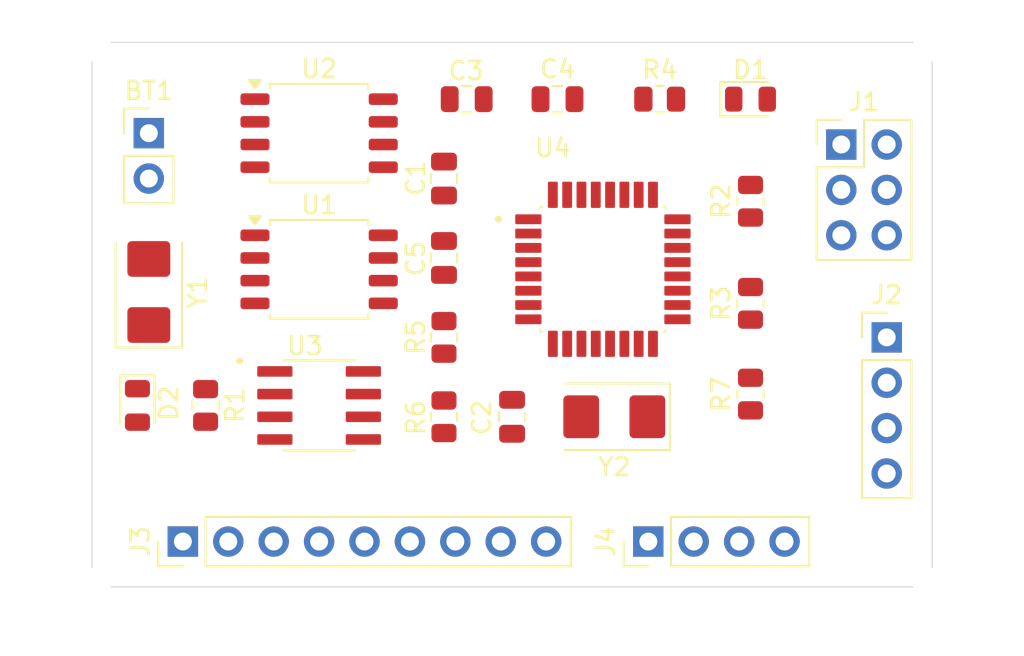
<source format=kicad_pcb>
(kicad_pcb (version 20241229) (generator "pcbnew") (generator_version "9.0")
  (title_block (title "${project_name}") (date "2025-11-03") (rev "1") (company "Mad Tech T") (comment 1 "2 Layer PCB"))
  (layers (0 "F.Cu" mixed) (2 "B.Cu" mixed) (13 "F.Paste" user) (15 "B.Paste" user) (5 "F.SilkS" user "F.Silkscreen") (7 "B.SilkS" user "B.Silkscreen") (1 "F.Mask" user) (3 "B.Mask" user) (25 "Edge.Cuts" user))
  (property "project_name" "MCU Datalogger with Memory and Clock")
  (net 0 "")
  (net 1 "/Vcc")
  (net 2 "GND")
  (net 3 "Net-(U4-PB6)")
  (net 4 "Net-(U4-PB7)")
  (net 5 "Net-(U4-AREF)")
  (net 6 "/SCK")
  (net 7 "Net-(D1-K)")
  (net 8 "Net-(D2-K)")
  (net 9 "/MISO")
  (net 10 "/MOSI")
  (net 11 "/RESET")
  (net 12 "/SDA")
  (net 13 "/SCL")
  (net 14 "/D3")
  (net 15 "/D2")
  (net 16 "/D4")
  (net 17 "/D7")
  (net 18 "/D5")
  (net 19 "/D8")
  (net 20 "/D6")
  (net 21 "/RX")
  (net 22 "/TX")
  (net 23 "Net-(U3-~{INTA})")
  (net 24 "Net-(U3-SQW{slash}~INT)")
  (net 25 "Net-(U3-X1)")
  (net 26 "Net-(U3-X2)")
  (footprint "Capacitor_SMD:C_0805_2012Metric" (layer "F.Cu") (at 127.635 79.375)
    (property "Reference" "C4" (at 0 -1.68 0) (layer "F.SilkS"))
    (property "Value" "0.1uF")
    (fp_line (start -0.261252 -0.735) (end 0.261252 -0.735) (stroke (width 0.12)) (layer "F.SilkS"))
    (fp_line (start -0.261252 0.735) (end 0.261252 0.735) (stroke (width 0.12)) (layer "F.SilkS"))
    (pad "1" smd roundrect (at -0.95 0) (size 1 1.45) (layers "F.Cu" "F.Mask" "F.Paste") (net 2 "GND"))
    (pad "2" smd roundrect (at 0.95 0) (size 1 1.45) (layers "F.Cu" "F.Mask" "F.Paste") (net 5 "Net-(U4-AREF)"))
  )
  (footprint "MCU_Datalogger_Footprints:QFP80P900X900X120-32N" (layer "F.Cu") (at 130.175 88.9)
    (property "Reference" "U4" (at -2.795 -6.79 0) (layer "F.SilkS"))
    (property "Value" "ATMEGA328P-AU")
    (fp_line (start -3.5 -3.5) (end -3.5 -3.395) (stroke (width 0.127)) (layer "F.SilkS"))
    (fp_line (start -3.5 -3.5) (end -3.395 -3.5) (stroke (width 0.127)) (layer "F.SilkS"))
    (fp_line (start -3.5 3.5) (end -3.5 3.395) (stroke (width 0.127)) (layer "F.SilkS"))
    (fp_line (start -3.5 3.5) (end -3.395 3.5) (stroke (width 0.127)) (layer "F.SilkS"))
    (fp_line (start 3.5 -3.5) (end 3.395 -3.5) (stroke (width 0.127)) (layer "F.SilkS"))
    (fp_line (start 3.5 -3.5) (end 3.5 -3.395) (stroke (width 0.127)) (layer "F.SilkS"))
    (fp_line (start 3.5 3.5) (end 3.395 3.5) (stroke (width 0.127)) (layer "F.SilkS"))
    (fp_line (start 3.5 3.5) (end 3.5 3.395) (stroke (width 0.127)) (layer "F.SilkS"))
    (fp_circle (center -5.84 -2.8) (end -5.74 -2.8) (stroke (width 0.2)) (fill no) (layer "F.SilkS"))
    (pad "1" smd roundrect (at -4.17 -2.8) (size 1.47 0.55) (layers "F.Cu" "F.Mask" "F.Paste") (roundrect_rratio 0.125) (net 14 "/D3"))
    (pad "2" smd roundrect (at -4.17 -2) (size 1.47 0.55) (layers "F.Cu" "F.Mask" "F.Paste") (roundrect_rratio 0.125) (net 16 "/D4"))
    (pad "3" smd roundrect (at -4.17 -1.2) (size 1.47 0.55) (layers "F.Cu" "F.Mask" "F.Paste") (roundrect_rratio 0.125) (net 2 "GND"))
    (pad "4" smd roundrect (at -4.17 -0.4) (size 1.47 0.55) (layers "F.Cu" "F.Mask" "F.Paste") (roundrect_rratio 0.125) (net 1 "/Vcc"))
    (pad "5" smd roundrect (at -4.17 0.4) (size 1.47 0.55) (layers "F.Cu" "F.Mask" "F.Paste") (roundrect_rratio 0.125) (net 2 "GND"))
    (pad "6" smd roundrect (at -4.17 1.2) (size 1.47 0.55) (layers "F.Cu" "F.Mask" "F.Paste") (roundrect_rratio 0.125))
    (pad "7" smd roundrect (at -4.17 2) (size 1.47 0.55) (layers "F.Cu" "F.Mask" "F.Paste") (roundrect_rratio 0.125) (net 3 "Net-(U4-PB6)"))
    (pad "8" smd roundrect (at -4.17 2.8) (size 1.47 0.55) (layers "F.Cu" "F.Mask" "F.Paste") (roundrect_rratio 0.125) (net 4 "Net-(U4-PB7)"))
    (pad "9" smd roundrect (at -2.8 4.17) (size 0.55 1.47) (layers "F.Cu" "F.Mask" "F.Paste") (roundrect_rratio 0.125) (net 18 "/D5"))
    (pad "10" smd roundrect (at -2 4.17) (size 0.55 1.47) (layers "F.Cu" "F.Mask" "F.Paste") (roundrect_rratio 0.125) (net 20 "/D6"))
    (pad "11" smd roundrect (at -1.2 4.17) (size 0.55 1.47) (layers "F.Cu" "F.Mask" "F.Paste") (roundrect_rratio 0.125) (net 17 "/D7"))
    (pad "12" smd roundrect (at -0.4 4.17) (size 0.55 1.47) (layers "F.Cu" "F.Mask" "F.Paste") (roundrect_rratio 0.125) (net 19 "/D8"))
    (pad "13" smd roundrect (at 0.4 4.17) (size 0.55 1.47) (layers "F.Cu" "F.Mask" "F.Paste") (roundrect_rratio 0.125))
    (pad "14" smd roundrect (at 1.2 4.17) (size 0.55 1.47) (layers "F.Cu" "F.Mask" "F.Paste") (roundrect_rratio 0.125))
    (pad "15" smd roundrect (at 2 4.17) (size 0.55 1.47) (layers "F.Cu" "F.Mask" "F.Paste") (roundrect_rratio 0.125) (net 10 "/MOSI"))
    (pad "16" smd roundrect (at 2.8 4.17) (size 0.55 1.47) (layers "F.Cu" "F.Mask" "F.Paste") (roundrect_rratio 0.125) (net 9 "/MISO"))
    (pad "17" smd roundrect (at 4.17 2.8) (size 1.47 0.55) (layers "F.Cu" "F.Mask" "F.Paste") (roundrect_rratio 0.125) (net 6 "/SCK"))
    (pad "18" smd roundrect (at 4.17 2) (size 1.47 0.55) (layers "F.Cu" "F.Mask" "F.Paste") (roundrect_rratio 0.125) (net 1 "/Vcc"))
    (pad "19" smd roundrect (at 4.17 1.2) (size 1.47 0.55) (layers "F.Cu" "F.Mask" "F.Paste") (roundrect_rratio 0.125))
    (pad "20" smd roundrect (at 4.17 0.4) (size 1.47 0.55) (layers "F.Cu" "F.Mask" "F.Paste") (roundrect_rratio 0.125) (net 5 "Net-(U4-AREF)"))
    (pad "21" smd roundrect (at 4.17 -0.4) (size 1.47 0.55) (layers "F.Cu" "F.Mask" "F.Paste") (roundrect_rratio 0.125) (net 2 "GND"))
    (pad "22" smd roundrect (at 4.17 -1.2) (size 1.47 0.55) (layers "F.Cu" "F.Mask" "F.Paste") (roundrect_rratio 0.125))
    (pad "23" smd roundrect (at 4.17 -2) (size 1.47 0.55) (layers "F.Cu" "F.Mask" "F.Paste") (roundrect_rratio 0.125))
    (pad "24" smd roundrect (at 4.17 -2.8) (size 1.47 0.55) (layers "F.Cu" "F.Mask" "F.Paste") (roundrect_rratio 0.125))
    (pad "25" smd roundrect (at 2.8 -4.17) (size 0.55 1.47) (layers "F.Cu" "F.Mask" "F.Paste") (roundrect_rratio 0.125))
    (pad "26" smd roundrect (at 2 -4.17) (size 0.55 1.47) (layers "F.Cu" "F.Mask" "F.Paste") (roundrect_rratio 0.125))
    (pad "27" smd roundrect (at 1.2 -4.17) (size 0.55 1.47) (layers "F.Cu" "F.Mask" "F.Paste") (roundrect_rratio 0.125) (net 12 "/SDA"))
    (pad "28" smd roundrect (at 0.4 -4.17) (size 0.55 1.47) (layers "F.Cu" "F.Mask" "F.Paste") (roundrect_rratio 0.125) (net 13 "/SCL"))
    (pad "29" smd roundrect (at -0.4 -4.17) (size 0.55 1.47) (layers "F.Cu" "F.Mask" "F.Paste") (roundrect_rratio 0.125) (net 11 "/RESET"))
    (pad "30" smd roundrect (at -1.2 -4.17) (size 0.55 1.47) (layers "F.Cu" "F.Mask" "F.Paste") (roundrect_rratio 0.125) (net 21 "/RX"))
    (pad "31" smd roundrect (at -2 -4.17) (size 0.55 1.47) (layers "F.Cu" "F.Mask" "F.Paste") (roundrect_rratio 0.125) (net 22 "/TX"))
    (pad "32" smd roundrect (at -2.8 -4.17) (size 0.55 1.47) (layers "F.Cu" "F.Mask" "F.Paste") (roundrect_rratio 0.125) (net 15 "/D2"))
  )
  (footprint "Connector_PinHeader_2.54mm:PinHeader_1x04_P2.54mm_Vertical" (layer "F.Cu") (at 132.715 104.14 90)
    (property "Reference" "J4" (at 0 -2.38 90) (layer "F.SilkS"))
    (property "Value" "Conn_01x04_Pin")
    (fp_line (start -1.38 -1.38) (end 0 -1.38) (stroke (width 0.12)) (layer "F.SilkS"))
    (fp_line (start -1.38 0) (end -1.38 -1.38) (stroke (width 0.12)) (layer "F.SilkS"))
    (fp_line (start 1.38 1.27) (end 1.38 9) (stroke (width 0.12)) (layer "F.SilkS"))
    (fp_line (start -1.38 1.27) (end 1.38 1.27) (stroke (width 0.12)) (layer "F.SilkS"))
    (fp_line (start -1.38 1.27) (end -1.38 9) (stroke (width 0.12)) (layer "F.SilkS"))
    (fp_line (start -1.38 9) (end 1.38 9) (stroke (width 0.12)) (layer "F.SilkS"))
    (pad "1" thru_hole rect (at 0 0 90) (size 1.7 1.7) (drill 1) (layers "*.Cu" "*.Mask") (net 2 "GND"))
    (pad "2" thru_hole circle (at 0 2.54 90) (size 1.7 1.7) (drill 1) (layers "*.Cu" "*.Mask") (net 1 "/Vcc"))
    (pad "3" thru_hole circle (at 0 5.08 90) (size 1.7 1.7) (drill 1) (layers "*.Cu" "*.Mask") (net 21 "/RX"))
    (pad "4" thru_hole circle (at 0 7.62 90) (size 1.7 1.7) (drill 1) (layers "*.Cu" "*.Mask") (net 22 "/TX"))
  )
  (footprint "Connector_PinHeader_2.54mm:PinHeader_1x09_P2.54mm_Vertical" (layer "F.Cu") (at 106.68 104.14 90)
    (property "Reference" "J3" (at 0 -2.38 90) (layer "F.SilkS"))
    (property "Value" "Conn_01x09_Pin")
    (fp_line (start -1.38 -1.38) (end 0 -1.38) (stroke (width 0.12)) (layer "F.SilkS"))
    (fp_line (start -1.38 0) (end -1.38 -1.38) (stroke (width 0.12)) (layer "F.SilkS"))
    (fp_line (start 1.38 1.27) (end 1.38 21.7) (stroke (width 0.12)) (layer "F.SilkS"))
    (fp_line (start -1.38 1.27) (end 1.38 1.27) (stroke (width 0.12)) (layer "F.SilkS"))
    (fp_line (start -1.38 1.27) (end -1.38 21.7) (stroke (width 0.12)) (layer "F.SilkS"))
    (fp_line (start -1.38 21.7) (end 1.38 21.7) (stroke (width 0.12)) (layer "F.SilkS"))
    (pad "1" thru_hole rect (at 0 0 90) (size 1.7 1.7) (drill 1) (layers "*.Cu" "*.Mask") (net 15 "/D2"))
    (pad "2" thru_hole circle (at 0 2.54 90) (size 1.7 1.7) (drill 1) (layers "*.Cu" "*.Mask") (net 14 "/D3"))
    (pad "3" thru_hole circle (at 0 5.08 90) (size 1.7 1.7) (drill 1) (layers "*.Cu" "*.Mask") (net 16 "/D4"))
    (pad "4" thru_hole circle (at 0 7.62 90) (size 1.7 1.7) (drill 1) (layers "*.Cu" "*.Mask") (net 18 "/D5"))
    (pad "5" thru_hole circle (at 0 10.16 90) (size 1.7 1.7) (drill 1) (layers "*.Cu" "*.Mask") (net 20 "/D6"))
    (pad "6" thru_hole circle (at 0 12.7 90) (size 1.7 1.7) (drill 1) (layers "*.Cu" "*.Mask") (net 17 "/D7"))
    (pad "7" thru_hole circle (at 0 15.24 90) (size 1.7 1.7) (drill 1) (layers "*.Cu" "*.Mask") (net 19 "/D8"))
    (pad "8" thru_hole circle (at 0 17.78 90) (size 1.7 1.7) (drill 1) (layers "*.Cu" "*.Mask") (net 2 "GND"))
    (pad "9" thru_hole circle (at 0 20.32 90) (size 1.7 1.7) (drill 1) (layers "*.Cu" "*.Mask") (net 1 "/Vcc"))
  )
  (footprint "Connector_PinHeader_2.54mm:PinHeader_1x04_P2.54mm_Vertical" (layer "F.Cu") (at 146.05 92.71)
    (property "Reference" "J2" (at 0 -2.38 0) (layer "F.SilkS"))
    (property "Value" "Conn_01x04_Pin")
    (fp_line (start -1.38 -1.38) (end 0 -1.38) (stroke (width 0.12)) (layer "F.SilkS"))
    (fp_line (start -1.38 0) (end -1.38 -1.38) (stroke (width 0.12)) (layer "F.SilkS"))
    (fp_line (start -1.38 1.27) (end -1.38 9) (stroke (width 0.12)) (layer "F.SilkS"))
    (fp_line (start -1.38 1.27) (end 1.38 1.27) (stroke (width 0.12)) (layer "F.SilkS"))
    (fp_line (start -1.38 9) (end 1.38 9) (stroke (width 0.12)) (layer "F.SilkS"))
    (fp_line (start 1.38 1.27) (end 1.38 9) (stroke (width 0.12)) (layer "F.SilkS"))
    (pad "1" thru_hole rect (at 0 0) (size 1.7 1.7) (drill 1) (layers "*.Cu" "*.Mask") (net 2 "GND"))
    (pad "2" thru_hole circle (at 0 2.54) (size 1.7 1.7) (drill 1) (layers "*.Cu" "*.Mask") (net 1 "/Vcc"))
    (pad "3" thru_hole circle (at 0 5.08) (size 1.7 1.7) (drill 1) (layers "*.Cu" "*.Mask") (net 12 "/SDA"))
    (pad "4" thru_hole circle (at 0 7.62) (size 1.7 1.7) (drill 1) (layers "*.Cu" "*.Mask") (net 13 "/SCL"))
  )
  (footprint "Resistor_SMD:R_0805_2012Metric" (layer "F.Cu") (at 133.35 79.375)
    (property "Reference" "R4" (at 0 -1.65 0) (layer "F.SilkS"))
    (property "Value" "330")
    (fp_line (start -0.227064 -0.735) (end 0.227064 -0.735) (stroke (width 0.12)) (layer "F.SilkS"))
    (fp_line (start -0.227064 0.735) (end 0.227064 0.735) (stroke (width 0.12)) (layer "F.SilkS"))
    (pad "1" smd roundrect (at -0.9125 0) (size 1.025 1.4) (layers "F.Cu" "F.Mask" "F.Paste") (roundrect_rratio 0.243902) (net 2 "GND"))
    (pad "2" smd roundrect (at 0.9125 0) (size 1.025 1.4) (layers "F.Cu" "F.Mask" "F.Paste") (roundrect_rratio 0.243902) (net 7 "Net-(D1-K)"))
  )
  (footprint "LED_SMD:LED_0805_2012Metric" (layer "F.Cu") (at 104.14 96.52 -90)
    (property "Reference" "D2" (at -0.12 -1.76 90) (layer "F.SilkS"))
    (property "Value" "LED")
    (fp_line (start -1.685 0.96) (end 1 0.96) (stroke (width 0.12)) (layer "F.SilkS"))
    (fp_line (start -1.685 -0.96) (end -1.685 0.96) (stroke (width 0.12)) (layer "F.SilkS"))
    (fp_line (start 1 -0.96) (end -1.685 -0.96) (stroke (width 0.12)) (layer "F.SilkS"))
    (pad "1" smd roundrect (at -0.9375 0 270) (size 0.975 1.4) (layers "F.Cu" "F.Mask" "F.Paste") (net 8 "Net-(D2-K)"))
    (pad "2" smd roundrect (at 0.9375 0 270) (size 0.975 1.4) (layers "F.Cu" "F.Mask" "F.Paste") (net 1 "/Vcc"))
  )
  (footprint "Resistor_SMD:R_0805_2012Metric" (layer "F.Cu") (at 121.285 97.155 -90)
    (property "Reference" "R6" (at 0.045 1.585 90) (layer "F.SilkS"))
    (property "Value" "10k")
    (fp_line (start -0.227064 0.735) (end 0.227064 0.735) (stroke (width 0.12)) (layer "F.SilkS"))
    (fp_line (start -0.227064 -0.735) (end 0.227064 -0.735) (stroke (width 0.12)) (layer "F.SilkS"))
    (pad "1" smd roundrect (at -0.9125 0 270) (size 1.025 1.4) (layers "F.Cu" "F.Mask" "F.Paste") (roundrect_rratio 0.243902) (net 1 "/Vcc"))
    (pad "2" smd roundrect (at 0.9125 0 270) (size 1.025 1.4) (layers "F.Cu" "F.Mask" "F.Paste") (roundrect_rratio 0.243902) (net 24 "Net-(U3-SQW{slash}~INT)"))
  )
  (footprint "Resistor_SMD:R_0805_2012Metric" (layer "F.Cu") (at 138.43 95.885 90)
    (property "Reference" "R7" (at 0 -1.65 90) (layer "F.SilkS"))
    (property "Value" "10k")
    (fp_line (start -0.227064 -0.735) (end 0.227064 -0.735) (stroke (width 0.12)) (layer "F.SilkS"))
    (fp_line (start -0.227064 0.735) (end 0.227064 0.735) (stroke (width 0.12)) (layer "F.SilkS"))
    (pad "1" smd roundrect (at -0.9125 0 90) (size 1.025 1.4) (layers "F.Cu" "F.Mask" "F.Paste") (roundrect_rratio 0.243902) (net 1 "/Vcc"))
    (pad "2" smd roundrect (at 0.9125 0 90) (size 1.025 1.4) (layers "F.Cu" "F.Mask" "F.Paste") (roundrect_rratio 0.243902) (net 11 "/RESET"))
  )
  (footprint "Connector_PinHeader_2.54mm:PinHeader_2x03_P2.54mm_Vertical" (layer "F.Cu") (at 143.51 81.915)
    (property "Reference" "J1" (at 1.27 -2.38 0) (layer "F.SilkS"))
    (property "Value" "Conn_02x03_Odd_Even")
    (fp_line (start -1.38 -1.38) (end 0 -1.38) (stroke (width 0.12)) (layer "F.SilkS"))
    (fp_line (start -1.38 0) (end -1.38 -1.38) (stroke (width 0.12)) (layer "F.SilkS"))
    (fp_line (start -1.38 1.27) (end -1.38 6.46) (stroke (width 0.12)) (layer "F.SilkS"))
    (fp_line (start -1.38 1.27) (end 1.27 1.27) (stroke (width 0.12)) (layer "F.SilkS"))
    (fp_line (start -1.38 6.46) (end 3.92 6.46) (stroke (width 0.12)) (layer "F.SilkS"))
    (fp_line (start 1.27 -1.38) (end 3.92 -1.38) (stroke (width 0.12)) (layer "F.SilkS"))
    (fp_line (start 1.27 1.27) (end 1.27 -1.38) (stroke (width 0.12)) (layer "F.SilkS"))
    (fp_line (start 3.92 -1.38) (end 3.92 6.46) (stroke (width 0.12)) (layer "F.SilkS"))
    (pad "1" thru_hole rect (at 0 0) (size 1.7 1.7) (drill 1) (layers "*.Cu" "*.Mask") (net 10 "/MOSI"))
    (pad "2" thru_hole circle (at 2.54 0) (size 1.7 1.7) (drill 1) (layers "*.Cu" "*.Mask") (net 1 "/Vcc"))
    (pad "3" thru_hole circle (at 0 2.54) (size 1.7 1.7) (drill 1) (layers "*.Cu" "*.Mask") (net 6 "/SCK"))
    (pad "4" thru_hole circle (at 2.54 2.54) (size 1.7 1.7) (drill 1) (layers "*.Cu" "*.Mask") (net 9 "/MISO"))
    (pad "5" thru_hole circle (at 0 5.08) (size 1.7 1.7) (drill 1) (layers "*.Cu" "*.Mask") (net 11 "/RESET"))
    (pad "6" thru_hole circle (at 2.54 5.08) (size 1.7 1.7) (drill 1) (layers "*.Cu" "*.Mask") (net 2 "GND"))
  )
  (footprint "Connector_PinHeader_2.54mm:PinHeader_1x02_P2.54mm_Vertical" (layer "F.Cu") (at 104.775 81.28)
    (property "Reference" "BT1" (at 0 -2.38 0) (layer "F.SilkS"))
    (property "Value" "Battery")
    (fp_line (start -1.38 -1.38) (end 0 -1.38) (stroke (width 0.12)) (layer "F.SilkS"))
    (fp_line (start -1.38 0) (end -1.38 -1.38) (stroke (width 0.12)) (layer "F.SilkS"))
    (fp_line (start -1.38 1.27) (end -1.38 3.92) (stroke (width 0.12)) (layer "F.SilkS"))
    (fp_line (start -1.38 1.27) (end 1.38 1.27) (stroke (width 0.12)) (layer "F.SilkS"))
    (fp_line (start -1.38 3.92) (end 1.38 3.92) (stroke (width 0.12)) (layer "F.SilkS"))
    (fp_line (start 1.38 1.27) (end 1.38 3.92) (stroke (width 0.12)) (layer "F.SilkS"))
    (pad "1" thru_hole rect (at 0 0) (size 1.7 1.7) (drill 1) (layers "*.Cu" "*.Mask") (net 1 "/Vcc"))
    (pad "2" thru_hole circle (at 0 2.54) (size 1.7 1.7) (drill 1) (layers "*.Cu" "*.Mask") (net 2 "GND"))
  )
  (footprint "MountingHole:MountingHole_2.1mm" (layer "F.Cu") (at 148.59 106.68)
    (property "Reference" "H3" (hide yes))
    (property "Value" "MountingHole")
    (pad "" np_thru_hole circle (at 0 0) (size 2.1 2.1) (drill 2.1) (layers "*.Cu" "*.Mask"))
  )
  (footprint "MountingHole:MountingHole_2.1mm" (layer "F.Cu") (at 101.6 106.68)
    (property "Reference" "H4" (hide yes))
    (property "Value" "MountingHole")
    (pad "" np_thru_hole circle (at 0 0) (size 2.1 2.1) (drill 2.1) (layers "*.Cu" "*.Mask"))
  )
  (footprint "Capacitor_SMD:C_0805_2012Metric" (layer "F.Cu") (at 122.555 79.375 180)
    (property "Reference" "C3" (at 0.035 1.585 0) (layer "F.SilkS"))
    (property "Value" "22pF")
    (fp_line (start -0.261252 0.735) (end 0.261252 0.735) (stroke (width 0.12)) (layer "F.SilkS"))
    (fp_line (start -0.261252 -0.735) (end 0.261252 -0.735) (stroke (width 0.12)) (layer "F.SilkS"))
    (pad "1" smd roundrect (at -0.95 0 180) (size 1 1.45) (layers "F.Cu" "F.Mask" "F.Paste") (net 2 "GND"))
    (pad "2" smd roundrect (at 0.95 0 180) (size 1 1.45) (layers "F.Cu" "F.Mask" "F.Paste") (net 4 "Net-(U4-PB7)"))
  )
  (footprint "Resistor_SMD:R_0805_2012Metric" (layer "F.Cu") (at 107.95 96.52 -90)
    (property "Reference" "R1" (at 0 -1.65 90) (layer "F.SilkS"))
    (property "Value" "330")
    (fp_line (start -0.227064 0.735) (end 0.227064 0.735) (stroke (width 0.12)) (layer "F.SilkS"))
    (fp_line (start -0.227064 -0.735) (end 0.227064 -0.735) (stroke (width 0.12)) (layer "F.SilkS"))
    (pad "1" smd roundrect (at -0.9125 0 270) (size 1.025 1.4) (layers "F.Cu" "F.Mask" "F.Paste") (roundrect_rratio 0.243902) (net 8 "Net-(D2-K)"))
    (pad "2" smd roundrect (at 0.9125 0 270) (size 1.025 1.4) (layers "F.Cu" "F.Mask" "F.Paste") (roundrect_rratio 0.243902) (net 2 "GND"))
  )
  (footprint "MCU_Datalogger_Footprints:SOIC127P600X175-8N" (layer "F.Cu") (at 114.3 96.52)
    (property "Reference" "U3" (at -0.795 -3.332 0) (layer "F.SilkS"))
    (property "Value" "DS1337S_")
    (fp_line (start -2 -2.52) (end 2 -2.52) (stroke (width 0.127)) (layer "F.SilkS"))
    (fp_line (start -2 2.52) (end 2 2.52) (stroke (width 0.127)) (layer "F.SilkS"))
    (fp_circle (center -4.445 -2.495) (end -4.345 -2.495) (stroke (width 0.2)) (fill no) (layer "F.SilkS"))
    (pad "1" smd roundrect (at -2.475 -1.905) (size 1.97 0.59) (layers "F.Cu" "F.Mask" "F.Paste") (roundrect_rratio 0.125) (net 25 "Net-(U3-X1)"))
    (pad "2" smd roundrect (at -2.475 -0.635) (size 1.97 0.59) (layers "F.Cu" "F.Mask" "F.Paste") (roundrect_rratio 0.125) (net 26 "Net-(U3-X2)"))
    (pad "3" smd roundrect (at -2.475 0.635) (size 1.97 0.59) (layers "F.Cu" "F.Mask" "F.Paste") (roundrect_rratio 0.125) (net 23 "Net-(U3-~{INTA})"))
    (pad "4" smd roundrect (at -2.475 1.905) (size 1.97 0.59) (layers "F.Cu" "F.Mask" "F.Paste") (roundrect_rratio 0.125) (net 2 "GND"))
    (pad "5" smd roundrect (at 2.475 1.905) (size 1.97 0.59) (layers "F.Cu" "F.Mask" "F.Paste") (roundrect_rratio 0.125) (net 12 "/SDA"))
    (pad "6" smd roundrect (at 2.475 0.635) (size 1.97 0.59) (layers "F.Cu" "F.Mask" "F.Paste") (roundrect_rratio 0.125) (net 13 "/SCL"))
    (pad "7" smd roundrect (at 2.475 -0.635) (size 1.97 0.59) (layers "F.Cu" "F.Mask" "F.Paste") (roundrect_rratio 0.125) (net 24 "Net-(U3-SQW{slash}~INT)"))
    (pad "8" smd roundrect (at 2.475 -1.905) (size 1.97 0.59) (layers "F.Cu" "F.Mask" "F.Paste") (roundrect_rratio 0.125) (net 1 "/Vcc"))
  )
  (footprint "Capacitor_SMD:C_0805_2012Metric" (layer "F.Cu") (at 121.285 83.82 -90)
    (property "Reference" "C1" (at -0.02 1.585 90) (layer "F.SilkS"))
    (property "Value" "0.1uF")
    (fp_line (start -0.261252 0.735) (end 0.261252 0.735) (stroke (width 0.12)) (layer "F.SilkS"))
    (fp_line (start -0.261252 -0.735) (end 0.261252 -0.735) (stroke (width 0.12)) (layer "F.SilkS"))
    (pad "1" smd roundrect (at -0.95 0 270) (size 1 1.45) (layers "F.Cu" "F.Mask" "F.Paste") (net 1 "/Vcc"))
    (pad "2" smd roundrect (at 0.95 0 270) (size 1 1.45) (layers "F.Cu" "F.Mask" "F.Paste") (net 2 "GND"))
  )
  (footprint "Crystal:Crystal_SMD_5032-2Pin_5.0x3.2mm" (layer "F.Cu") (at 104.775 90.17 90)
    (property "Reference" "Y1" (at -0.03 2.725 90) (layer "F.SilkS"))
    (property "Value" "32.768kHZ")
    (fp_line (start 2.76 -1.86) (end -3.11 -1.86) (stroke (width 0.12)) (layer "F.SilkS"))
    (fp_line (start -3.11 -1.86) (end -3.11 1.86) (stroke (width 0.12)) (layer "F.SilkS"))
    (fp_line (start -3.11 1.86) (end 2.76 1.86) (stroke (width 0.12)) (layer "F.SilkS"))
    (pad "1" smd roundrect (at -1.85 0 90) (size 2 2.4) (layers "F.Cu" "F.Mask" "F.Paste") (roundrect_rratio 0.125) (net 26 "Net-(U3-X2)"))
    (pad "2" smd roundrect (at 1.85 0 90) (size 2 2.4) (layers "F.Cu" "F.Mask" "F.Paste") (roundrect_rratio 0.125) (net 25 "Net-(U3-X1)"))
  )
  (footprint "LED_SMD:LED_0805_2012Metric" (layer "F.Cu") (at 138.43 79.375)
    (property "Reference" "D1" (at 0 -1.65 0) (layer "F.SilkS"))
    (property "Value" "LED")
    (fp_line (start -1.685 -0.96) (end -1.685 0.96) (stroke (width 0.12)) (layer "F.SilkS"))
    (fp_line (start -1.685 0.96) (end 1 0.96) (stroke (width 0.12)) (layer "F.SilkS"))
    (fp_line (start 1 -0.96) (end -1.685 -0.96) (stroke (width 0.12)) (layer "F.SilkS"))
    (pad "1" smd roundrect (at -0.9375 0) (size 0.975 1.4) (layers "F.Cu" "F.Mask" "F.Paste") (net 7 "Net-(D1-K)"))
    (pad "2" smd roundrect (at 0.9375 0) (size 0.975 1.4) (layers "F.Cu" "F.Mask" "F.Paste") (net 6 "/SCK"))
  )
  (footprint "Capacitor_SMD:C_0805_2012Metric" (layer "F.Cu") (at 121.285 88.265 90)
    (property "Reference" "C5" (at -0.035 -1.585 90) (layer "F.SilkS"))
    (property "Value" "100nF")
    (fp_line (start -0.261252 -0.735) (end 0.261252 -0.735) (stroke (width 0.12)) (layer "F.SilkS"))
    (fp_line (start -0.261252 0.735) (end 0.261252 0.735) (stroke (width 0.12)) (layer "F.SilkS"))
    (pad "1" smd roundrect (at -0.95 0 90) (size 1 1.45) (layers "F.Cu" "F.Mask" "F.Paste") (net 1 "/Vcc"))
    (pad "2" smd roundrect (at 0.95 0 90) (size 1 1.45) (layers "F.Cu" "F.Mask" "F.Paste") (net 2 "GND"))
  )
  (footprint "Package_SO:SOIC-8_5.3x5.3mm_P1.27mm" (layer "F.Cu") (at 114.3 81.28)
    (property "Reference" "U2" (at 0 -3.6 0) (layer "F.SilkS"))
    (property "Value" "24LC1025")
    (fp_line (start -2.76 -2.76) (end 2.76 -2.76) (stroke (width 0.12)) (layer "F.SilkS"))
    (fp_line (start -2.76 -2.49) (end -2.76 -2.76) (stroke (width 0.12)) (layer "F.SilkS"))
    (fp_line (start -2.76 2.76) (end -2.76 2.49) (stroke (width 0.12)) (layer "F.SilkS"))
    (fp_line (start 2.76 -2.76) (end 2.76 -2.49) (stroke (width 0.12)) (layer "F.SilkS"))
    (fp_line (start 2.76 2.49) (end 2.76 2.76) (stroke (width 0.12)) (layer "F.SilkS"))
    (fp_line (start 2.76 2.76) (end -2.76 2.76) (stroke (width 0.12)) (layer "F.SilkS"))
    (fp_poly (pts (xy -3.59 -2.5) (xy -3.93 -2.97) (xy -3.25 -2.97)) (stroke (width 0.12)) (fill yes) (layer "F.SilkS"))
    (pad "1" smd roundrect (at -3.5875 -1.905) (size 1.625 0.65) (layers "F.Cu" "F.Mask" "F.Paste") (net 1 "/Vcc"))
    (pad "2" smd roundrect (at -3.5875 -0.635) (size 1.625 0.65) (layers "F.Cu" "F.Mask" "F.Paste") (net 2 "GND"))
    (pad "3" smd roundrect (at -3.5875 0.635) (size 1.625 0.65) (layers "F.Cu" "F.Mask" "F.Paste") (net 1 "/Vcc"))
    (pad "4" smd roundrect (at -3.5875 1.905) (size 1.625 0.65) (layers "F.Cu" "F.Mask" "F.Paste") (net 2 "GND"))
    (pad "5" smd roundrect (at 3.5875 1.905) (size 1.625 0.65) (layers "F.Cu" "F.Mask" "F.Paste") (net 12 "/SDA"))
    (pad "6" smd roundrect (at 3.5875 0.635) (size 1.625 0.65) (layers "F.Cu" "F.Mask" "F.Paste") (net 13 "/SCL"))
    (pad "7" smd roundrect (at 3.5875 -0.635) (size 1.625 0.65) (layers "F.Cu" "F.Mask" "F.Paste") (net 2 "GND"))
    (pad "8" smd roundrect (at 3.5875 -1.905) (size 1.625 0.65) (layers "F.Cu" "F.Mask" "F.Paste") (net 1 "/Vcc"))
  )
  (footprint "Resistor_SMD:R_0805_2012Metric" (layer "F.Cu") (at 138.43 90.805 90)
    (property "Reference" "R3" (at 0 -1.65 90) (layer "F.SilkS"))
    (property "Value" "4.7k")
    (fp_line (start -0.227064 -0.735) (end 0.227064 -0.735) (stroke (width 0.12)) (layer "F.SilkS"))
    (fp_line (start -0.227064 0.735) (end 0.227064 0.735) (stroke (width 0.12)) (layer "F.SilkS"))
    (pad "1" smd roundrect (at -0.9125 0 90) (size 1.025 1.4) (layers "F.Cu" "F.Mask" "F.Paste") (roundrect_rratio 0.243902) (net 1 "/Vcc"))
    (pad "2" smd roundrect (at 0.9125 0 90) (size 1.025 1.4) (layers "F.Cu" "F.Mask" "F.Paste") (roundrect_rratio 0.243902) (net 12 "/SDA"))
  )
  (footprint "MountingHole:MountingHole_2.1mm" (layer "F.Cu") (at 148.59 76.2)
    (property "Reference" "H2" (hide yes))
    (property "Value" "MountingHole")
    (pad "" np_thru_hole circle (at 0 0) (size 2.1 2.1) (drill 2.1) (layers "*.Cu" "*.Mask"))
  )
  (footprint "Resistor_SMD:R_0805_2012Metric" (layer "F.Cu") (at 121.285 92.71 90)
    (property "Reference" "R5" (at 0.01 -1.585 90) (layer "F.SilkS"))
    (property "Value" "10k")
    (fp_line (start -0.227064 -0.735) (end 0.227064 -0.735) (stroke (width 0.12)) (layer "F.SilkS"))
    (fp_line (start -0.227064 0.735) (end 0.227064 0.735) (stroke (width 0.12)) (layer "F.SilkS"))
    (pad "1" smd roundrect (at -0.9125 0 90) (size 1.025 1.4) (layers "F.Cu" "F.Mask" "F.Paste") (roundrect_rratio 0.243902) (net 1 "/Vcc"))
    (pad "2" smd roundrect (at 0.9125 0 90) (size 1.025 1.4) (layers "F.Cu" "F.Mask" "F.Paste") (roundrect_rratio 0.243902) (net 23 "Net-(U3-~{INTA})"))
  )
  (footprint "Package_SO:SOIC-8_5.3x5.3mm_P1.27mm" (layer "F.Cu") (at 114.3 88.9)
    (property "Reference" "U1" (at 0 -3.6 0) (layer "F.SilkS"))
    (property "Value" "24LC1025")
    (fp_line (start -2.76 -2.76) (end 2.76 -2.76) (stroke (width 0.12)) (layer "F.SilkS"))
    (fp_line (start -2.76 -2.49) (end -2.76 -2.76) (stroke (width 0.12)) (layer "F.SilkS"))
    (fp_line (start -2.76 2.76) (end -2.76 2.49) (stroke (width 0.12)) (layer "F.SilkS"))
    (fp_line (start 2.76 -2.76) (end 2.76 -2.49) (stroke (width 0.12)) (layer "F.SilkS"))
    (fp_line (start 2.76 2.49) (end 2.76 2.76) (stroke (width 0.12)) (layer "F.SilkS"))
    (fp_line (start 2.76 2.76) (end -2.76 2.76) (stroke (width 0.12)) (layer "F.SilkS"))
    (fp_poly (pts (xy -3.59 -2.5) (xy -3.93 -2.97) (xy -3.25 -2.97)) (stroke (width 0.12)) (fill yes) (layer "F.SilkS"))
    (pad "1" smd roundrect (at -3.5875 -1.905) (size 1.625 0.65) (layers "F.Cu" "F.Mask" "F.Paste") (net 1 "/Vcc"))
    (pad "2" smd roundrect (at -3.5875 -0.635) (size 1.625 0.65) (layers "F.Cu" "F.Mask" "F.Paste") (net 1 "/Vcc"))
    (pad "3" smd roundrect (at -3.5875 0.635) (size 1.625 0.65) (layers "F.Cu" "F.Mask" "F.Paste") (net 1 "/Vcc"))
    (pad "4" smd roundrect (at -3.5875 1.905) (size 1.625 0.65) (layers "F.Cu" "F.Mask" "F.Paste") (net 2 "GND"))
    (pad "5" smd roundrect (at 3.5875 1.905) (size 1.625 0.65) (layers "F.Cu" "F.Mask" "F.Paste") (net 12 "/SDA"))
    (pad "6" smd roundrect (at 3.5875 0.635) (size 1.625 0.65) (layers "F.Cu" "F.Mask" "F.Paste") (net 13 "/SCL"))
    (pad "7" smd roundrect (at 3.5875 -0.635) (size 1.625 0.65) (layers "F.Cu" "F.Mask" "F.Paste") (net 2 "GND"))
    (pad "8" smd roundrect (at 3.5875 -1.905) (size 1.625 0.65) (layers "F.Cu" "F.Mask" "F.Paste") (net 1 "/Vcc"))
  )
  (footprint "Crystal:Crystal_SMD_5032-2Pin_5.0x3.2mm" (layer "F.Cu") (at 130.81 97.155 180)
    (property "Reference" "Y2" (at 0 -2.8 0) (layer "F.SilkS"))
    (property "Value" "16MHz")
    (fp_line (start 2.76 -1.86) (end -3.11 -1.86) (stroke (width 0.12)) (layer "F.SilkS"))
    (fp_line (start -3.11 1.86) (end 2.76 1.86) (stroke (width 0.12)) (layer "F.SilkS"))
    (fp_line (start -3.11 -1.86) (end -3.11 1.86) (stroke (width 0.12)) (layer "F.SilkS"))
    (pad "1" smd roundrect (at -1.85 0 180) (size 2 2.4) (layers "F.Cu" "F.Mask" "F.Paste") (roundrect_rratio 0.125) (net 4 "Net-(U4-PB7)"))
    (pad "2" smd roundrect (at 1.85 0 180) (size 2 2.4) (layers "F.Cu" "F.Mask" "F.Paste") (roundrect_rratio 0.125) (net 3 "Net-(U4-PB6)"))
  )
  (footprint "Resistor_SMD:R_0805_2012Metric" (layer "F.Cu") (at 138.43 85.09 90)
    (property "Reference" "R2" (at 0 -1.65 90) (layer "F.SilkS"))
    (property "Value" "4.7k")
    (fp_line (start -0.227064 -0.735) (end 0.227064 -0.735) (stroke (width 0.12)) (layer "F.SilkS"))
    (fp_line (start -0.227064 0.735) (end 0.227064 0.735) (stroke (width 0.12)) (layer "F.SilkS"))
    (pad "1" smd roundrect (at -0.9125 0 90) (size 1.025 1.4) (layers "F.Cu" "F.Mask" "F.Paste") (roundrect_rratio 0.243902) (net 1 "/Vcc"))
    (pad "2" smd roundrect (at 0.9125 0 90) (size 1.025 1.4) (layers "F.Cu" "F.Mask" "F.Paste") (roundrect_rratio 0.243902) (net 13 "/SCL"))
  )
  (footprint "MountingHole:MountingHole_2.1mm" (layer "F.Cu") (at 101.6 76.2)
    (property "Reference" "H1" (hide yes))
    (property "Value" "MountingHole")
    (pad "" np_thru_hole circle (at 0 0) (size 2.1 2.1) (drill 2.1) (layers "*.Cu" "*.Mask"))
  )
  (footprint "Capacitor_SMD:C_0805_2012Metric" (layer "F.Cu") (at 125.095 97.155 90)
    (property "Reference" "C2" (at -0.045 -1.695 90) (layer "F.SilkS"))
    (property "Value" "22pF")
    (fp_line (start -0.261252 -0.735) (end 0.261252 -0.735) (stroke (width 0.12)) (layer "F.SilkS"))
    (fp_line (start -0.261252 0.735) (end 0.261252 0.735) (stroke (width 0.12)) (layer "F.SilkS"))
    (pad "1" smd roundrect (at -0.95 0 90) (size 1 1.45) (layers "F.Cu" "F.Mask" "F.Paste") (net 2 "GND"))
    (pad "2" smd roundrect (at 0.95 0 90) (size 1 1.45) (layers "F.Cu" "F.Mask" "F.Paste") (net 3 "Net-(U4-PB6)"))
  )
  (gr_line (start 148.59 106.68) (end 148.59 76.2) (stroke (width 0.05)) (layer "Edge.Cuts"))
  (gr_line (start 101.6 76.2) (end 101.6 106.68) (stroke (width 0.05)) (layer "Edge.Cuts"))
  (gr_line (start 148.59 76.2) (end 101.6 76.2) (stroke (width 0.05)) (layer "Edge.Cuts"))
  (gr_line (start 101.6 106.68) (end 148.59 106.68) (stroke (width 0.05)) (layer "Edge.Cuts"))
)
</source>
